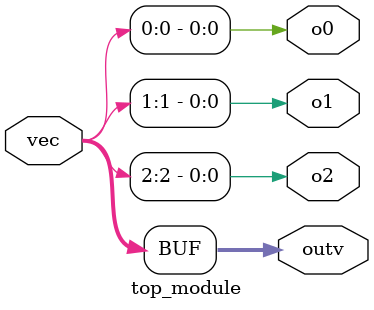
<source format=v>
module top_module ( 
    input wire [2:0] vec,
    output wire [2:0] outv,
    output wire o2,
    output wire o1,
    output wire o0 ); // Module body starts after module declaration
    assign o2=vec[2];
    assign o1=vec[1];
    assign o0=vec[0];
    assign outv=vec[2:0];
endmodule

</source>
